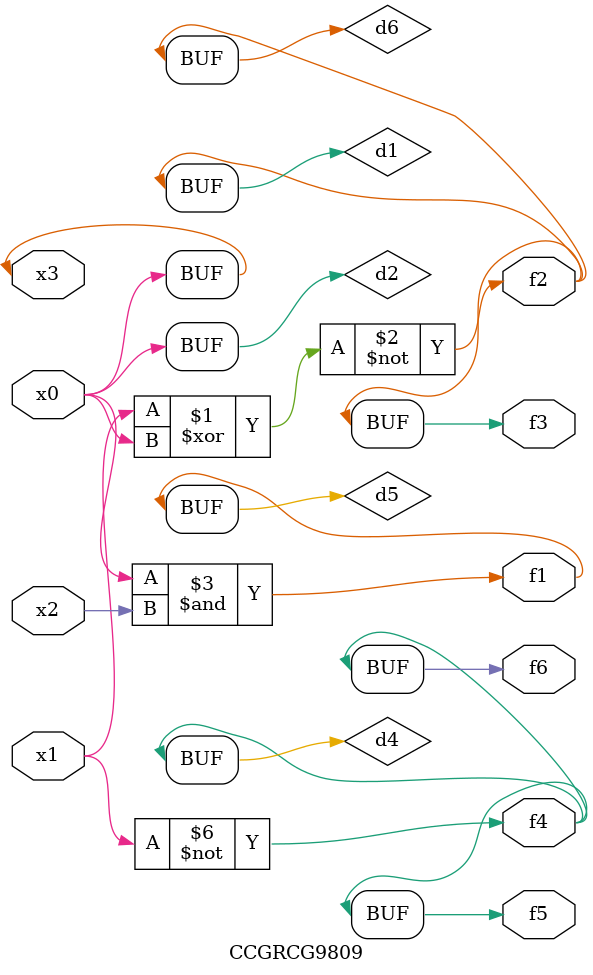
<source format=v>
module CCGRCG9809(
	input x0, x1, x2, x3,
	output f1, f2, f3, f4, f5, f6
);

	wire d1, d2, d3, d4, d5, d6;

	xnor (d1, x1, x3);
	buf (d2, x0, x3);
	nand (d3, x0, x2);
	not (d4, x1);
	nand (d5, d3);
	or (d6, d1);
	assign f1 = d5;
	assign f2 = d6;
	assign f3 = d6;
	assign f4 = d4;
	assign f5 = d4;
	assign f6 = d4;
endmodule

</source>
